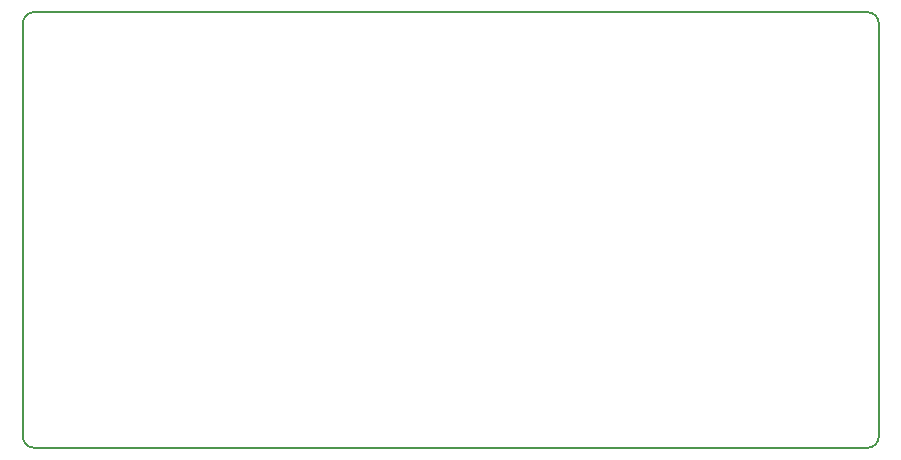
<source format=gko>
G04*
G04 #@! TF.GenerationSoftware,Altium Limited,Altium Designer,20.0.10 (225)*
G04*
G04 Layer_Color=16711935*
%FSLAX44Y44*%
%MOMM*%
G71*
G01*
G75*
%ADD11C,0.2000*%
D11*
X10000Y370000D02*
G03*
X0Y360000I0J-10000D01*
G01*
Y11000D02*
G03*
X10000Y1000I10000J0D01*
G01*
X715000Y1000D02*
G03*
X725000Y11000I0J10000D01*
G01*
X725000Y360000D02*
G03*
X715000Y370000I-10000J0D01*
G01*
X0Y11000D02*
Y360000D01*
X10000Y1000D02*
X715000Y1000D01*
X725000Y360000D02*
X725000Y11000D01*
X10000Y370000D02*
X715000Y370000D01*
M02*

</source>
